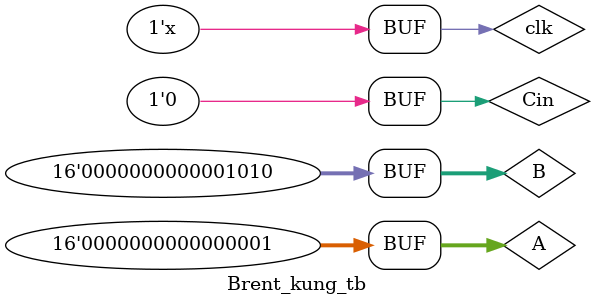
<source format=v>
module Brent_kung_tb;

  parameter WIDTH = 16;
  reg [WIDTH-1:0] A, B;
  reg Cin;
  wire [WIDTH:0] Cout;
  wire [WIDTH+1:1] Sum;

  Brent_kung_Exact #(WIDTH) dut (
    .A(A),
    .B(B),
    .Cin(Cin),
    .Cout(Cout),
    .Sum(Sum)
  );

  reg clk = 0;
  always #5 clk = ~clk;

  initial begin
    
    A = 2;
    B = 1;
    Cin = 0;
    #10;
    
    A = 10;
    B = 20;
    Cin = 1;
    #10;
    
     A = 5;
    B = 5;
    Cin = 0;
    #10;
    
     A = 1;
    B = 10;
    Cin = 0;
    #10;
    
  end

endmodule



</source>
